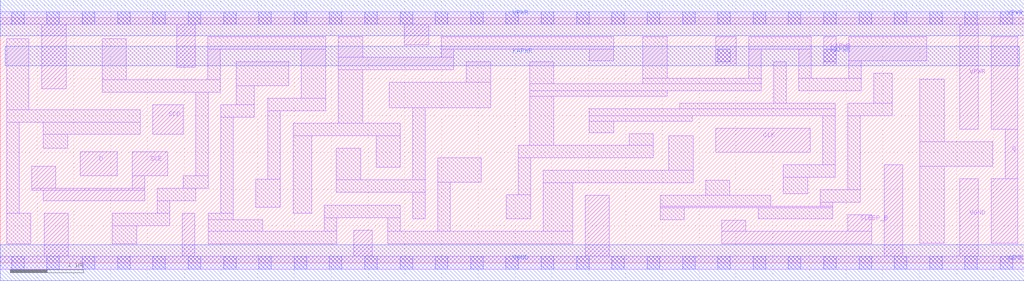
<source format=lef>
# Copyright 2020 The SkyWater PDK Authors
#
# Licensed under the Apache License, Version 2.0 (the "License");
# you may not use this file except in compliance with the License.
# You may obtain a copy of the License at
#
#     https://www.apache.org/licenses/LICENSE-2.0
#
# Unless required by applicable law or agreed to in writing, software
# distributed under the License is distributed on an "AS IS" BASIS,
# WITHOUT WARRANTIES OR CONDITIONS OF ANY KIND, either express or implied.
# See the License for the specific language governing permissions and
# limitations under the License.
#
# SPDX-License-Identifier: Apache-2.0

VERSION 5.7 ;
  NAMESCASESENSITIVE ON ;
  NOWIREEXTENSIONATPIN ON ;
  DIVIDERCHAR "/" ;
  BUSBITCHARS "[]" ;
UNITS
  DATABASE MICRONS 200 ;
END UNITS
MACRO sky130_fd_sc_lp__srsdfxtp_1
  CLASS CORE ;
  SOURCE USER ;
  FOREIGN sky130_fd_sc_lp__srsdfxtp_1 ;
  ORIGIN  0.000000  0.000000 ;
  SIZE  13.92000 BY  3.330000 ;
  SYMMETRY X Y R90 ;
  SITE unit ;
  PIN D
    ANTENNAGATEAREA  0.159000 ;
    DIRECTION INPUT ;
    USE SIGNAL ;
    PORT
      LAYER li1 ;
        RECT 1.085000 1.180000 1.590000 1.510000 ;
    END
  END D
  PIN Q
    ANTENNADIFFAREA  0.598500 ;
    DIRECTION OUTPUT ;
    USE SIGNAL ;
    PORT
      LAYER li1 ;
        RECT 13.475000 0.265000 13.835000 1.145000 ;
        RECT 13.475000 1.815000 13.835000 3.075000 ;
        RECT 13.665000 1.145000 13.835000 1.815000 ;
    END
  END Q
  PIN SCD
    ANTENNAGATEAREA  0.159000 ;
    DIRECTION INPUT ;
    USE SIGNAL ;
    PORT
      LAYER li1 ;
        RECT 2.075000 1.750000 2.490000 2.150000 ;
    END
  END SCD
  PIN SCE
    ANTENNAGATEAREA  0.318000 ;
    DIRECTION INPUT ;
    USE SIGNAL ;
    PORT
      LAYER li1 ;
        RECT 0.425000 0.985000 1.965000 1.010000 ;
        RECT 0.425000 1.010000 0.755000 1.315000 ;
        RECT 0.585000 0.840000 1.965000 0.985000 ;
        RECT 1.795000 1.010000 1.965000 1.180000 ;
        RECT 1.795000 1.180000 2.275000 1.510000 ;
    END
  END SCE
  PIN SLEEP_B
    ANTENNAGATEAREA  0.222000 ;
    DIRECTION INPUT ;
    USE SIGNAL ;
    PORT
      LAYER li1 ;
        RECT  9.805000 0.255000 11.850000 0.425000 ;
        RECT  9.805000 0.425000 10.135000 0.575000 ;
        RECT 11.520000 0.425000 11.850000 0.650000 ;
    END
  END SLEEP_B
  PIN CLK
    ANTENNAGATEAREA  0.159000 ;
    DIRECTION INPUT ;
    USE CLOCK ;
    PORT
      LAYER li1 ;
        RECT 9.725000 1.500000 11.010000 1.830000 ;
    END
  END CLK
  PIN KAPWR
    DIRECTION INOUT ;
    USE POWER ;
    PORT
      LAYER li1 ;
        RECT  9.725000 2.680000 10.005000 3.075000 ;
        RECT 11.195000 2.680000 11.365000 3.075000 ;
      LAYER mcon ;
        RECT  9.755000 2.735000  9.925000 2.905000 ;
        RECT 11.195000 2.735000 11.365000 2.905000 ;
      LAYER met1 ;
        RECT 0.070000 2.675000 13.850000 2.945000 ;
    END
  END KAPWR
  PIN VGND
    DIRECTION INOUT ;
    USE GROUND ;
    PORT
      LAYER li1 ;
        RECT  0.000000 -0.085000 13.920000 0.085000 ;
        RECT  0.595000  0.085000  0.925000 0.670000 ;
        RECT  2.475000  0.085000  2.645000 0.670000 ;
        RECT  4.805000  0.085000  5.055000 0.445000 ;
        RECT  7.950000  0.085000  8.280000 0.915000 ;
        RECT 12.020000  0.085000 12.270000 1.330000 ;
        RECT 13.045000  0.085000 13.295000 1.145000 ;
      LAYER mcon ;
        RECT  0.155000 -0.085000  0.325000 0.085000 ;
        RECT  0.635000 -0.085000  0.805000 0.085000 ;
        RECT  1.115000 -0.085000  1.285000 0.085000 ;
        RECT  1.595000 -0.085000  1.765000 0.085000 ;
        RECT  2.075000 -0.085000  2.245000 0.085000 ;
        RECT  2.555000 -0.085000  2.725000 0.085000 ;
        RECT  3.035000 -0.085000  3.205000 0.085000 ;
        RECT  3.515000 -0.085000  3.685000 0.085000 ;
        RECT  3.995000 -0.085000  4.165000 0.085000 ;
        RECT  4.475000 -0.085000  4.645000 0.085000 ;
        RECT  4.955000 -0.085000  5.125000 0.085000 ;
        RECT  5.435000 -0.085000  5.605000 0.085000 ;
        RECT  5.915000 -0.085000  6.085000 0.085000 ;
        RECT  6.395000 -0.085000  6.565000 0.085000 ;
        RECT  6.875000 -0.085000  7.045000 0.085000 ;
        RECT  7.355000 -0.085000  7.525000 0.085000 ;
        RECT  7.835000 -0.085000  8.005000 0.085000 ;
        RECT  8.315000 -0.085000  8.485000 0.085000 ;
        RECT  8.795000 -0.085000  8.965000 0.085000 ;
        RECT  9.275000 -0.085000  9.445000 0.085000 ;
        RECT  9.755000 -0.085000  9.925000 0.085000 ;
        RECT 10.235000 -0.085000 10.405000 0.085000 ;
        RECT 10.715000 -0.085000 10.885000 0.085000 ;
        RECT 11.195000 -0.085000 11.365000 0.085000 ;
        RECT 11.675000 -0.085000 11.845000 0.085000 ;
        RECT 12.155000 -0.085000 12.325000 0.085000 ;
        RECT 12.635000 -0.085000 12.805000 0.085000 ;
        RECT 13.115000 -0.085000 13.285000 0.085000 ;
        RECT 13.595000 -0.085000 13.765000 0.085000 ;
      LAYER met1 ;
        RECT 0.000000 -0.245000 13.920000 0.245000 ;
    END
  END VGND
  PIN VPWR
    DIRECTION INOUT ;
    USE POWER ;
    PORT
      LAYER li1 ;
        RECT  0.000000 3.245000 13.920000 3.415000 ;
        RECT  0.565000 2.365000  0.895000 3.245000 ;
        RECT  2.400000 2.660000  2.650000 3.245000 ;
        RECT  5.495000 2.965000  5.825000 3.245000 ;
        RECT 13.045000 1.815000 13.295000 3.245000 ;
      LAYER mcon ;
        RECT  0.155000 3.245000  0.325000 3.415000 ;
        RECT  0.635000 3.245000  0.805000 3.415000 ;
        RECT  1.115000 3.245000  1.285000 3.415000 ;
        RECT  1.595000 3.245000  1.765000 3.415000 ;
        RECT  2.075000 3.245000  2.245000 3.415000 ;
        RECT  2.555000 3.245000  2.725000 3.415000 ;
        RECT  3.035000 3.245000  3.205000 3.415000 ;
        RECT  3.515000 3.245000  3.685000 3.415000 ;
        RECT  3.995000 3.245000  4.165000 3.415000 ;
        RECT  4.475000 3.245000  4.645000 3.415000 ;
        RECT  4.955000 3.245000  5.125000 3.415000 ;
        RECT  5.435000 3.245000  5.605000 3.415000 ;
        RECT  5.915000 3.245000  6.085000 3.415000 ;
        RECT  6.395000 3.245000  6.565000 3.415000 ;
        RECT  6.875000 3.245000  7.045000 3.415000 ;
        RECT  7.355000 3.245000  7.525000 3.415000 ;
        RECT  7.835000 3.245000  8.005000 3.415000 ;
        RECT  8.315000 3.245000  8.485000 3.415000 ;
        RECT  8.795000 3.245000  8.965000 3.415000 ;
        RECT  9.275000 3.245000  9.445000 3.415000 ;
        RECT  9.755000 3.245000  9.925000 3.415000 ;
        RECT 10.235000 3.245000 10.405000 3.415000 ;
        RECT 10.715000 3.245000 10.885000 3.415000 ;
        RECT 11.195000 3.245000 11.365000 3.415000 ;
        RECT 11.675000 3.245000 11.845000 3.415000 ;
        RECT 12.155000 3.245000 12.325000 3.415000 ;
        RECT 12.635000 3.245000 12.805000 3.415000 ;
        RECT 13.115000 3.245000 13.285000 3.415000 ;
        RECT 13.595000 3.245000 13.765000 3.415000 ;
      LAYER met1 ;
        RECT 0.000000 3.085000 13.920000 3.575000 ;
    END
  END VPWR
  OBS
    LAYER li1 ;
      RECT  0.085000 0.255000  0.415000 0.675000 ;
      RECT  0.085000 0.675000  0.255000 1.910000 ;
      RECT  0.085000 1.910000  1.905000 2.080000 ;
      RECT  0.085000 2.080000  0.385000 3.045000 ;
      RECT  0.585000 1.555000  0.915000 1.750000 ;
      RECT  0.585000 1.750000  1.905000 1.910000 ;
      RECT  1.385000 2.320000  2.990000 2.490000 ;
      RECT  1.385000 2.490000  1.715000 3.045000 ;
      RECT  1.525000 0.255000  1.855000 0.500000 ;
      RECT  1.525000 0.500000  2.305000 0.670000 ;
      RECT  2.135000 0.670000  2.305000 0.840000 ;
      RECT  2.135000 0.840000  2.655000 1.010000 ;
      RECT  2.485000 1.010000  2.830000 1.180000 ;
      RECT  2.660000 1.180000  2.830000 2.320000 ;
      RECT  2.820000 2.490000  2.990000 2.905000 ;
      RECT  2.820000 2.905000  4.425000 3.075000 ;
      RECT  2.825000 0.255000  4.575000 0.425000 ;
      RECT  2.825000 0.425000  3.570000 0.585000 ;
      RECT  2.825000 0.585000  3.170000 0.675000 ;
      RECT  3.000000 0.675000  3.170000 1.980000 ;
      RECT  3.000000 1.980000  3.455000 2.150000 ;
      RECT  3.205000 2.150000  3.455000 2.405000 ;
      RECT  3.205000 2.405000  3.925000 2.735000 ;
      RECT  3.475000 0.755000  3.805000 1.135000 ;
      RECT  3.635000 1.135000  3.805000 2.065000 ;
      RECT  3.635000 2.065000  4.425000 2.235000 ;
      RECT  3.985000 0.675000  4.235000 1.725000 ;
      RECT  3.985000 1.725000  5.440000 1.895000 ;
      RECT  4.095000 2.235000  4.425000 2.905000 ;
      RECT  4.405000 0.425000  4.575000 0.615000 ;
      RECT  4.405000 0.615000  5.440000 0.785000 ;
      RECT  4.570000 0.955000  5.780000 1.125000 ;
      RECT  4.570000 1.125000  4.900000 1.555000 ;
      RECT  4.595000 1.895000  4.925000 2.625000 ;
      RECT  4.595000 2.625000  6.165000 2.795000 ;
      RECT  4.595000 2.795000  4.925000 3.075000 ;
      RECT  5.110000 1.295000  5.440000 1.725000 ;
      RECT  5.270000 0.255000  7.780000 0.425000 ;
      RECT  5.270000 0.425000  5.440000 0.615000 ;
      RECT  5.290000 2.105000  6.665000 2.455000 ;
      RECT  5.610000 0.595000  5.780000 0.955000 ;
      RECT  5.610000 1.125000  5.780000 2.105000 ;
      RECT  5.950000 0.425000  6.120000 1.095000 ;
      RECT  5.950000 1.095000  6.540000 1.425000 ;
      RECT  5.995000 2.795000  6.165000 2.905000 ;
      RECT  5.995000 2.905000  8.340000 3.075000 ;
      RECT  6.335000 2.455000  6.665000 2.735000 ;
      RECT  6.880000 0.595000  7.210000 0.925000 ;
      RECT  7.040000 0.925000  7.210000 1.425000 ;
      RECT  7.040000 1.425000  8.880000 1.595000 ;
      RECT  7.195000 1.595000  7.525000 2.265000 ;
      RECT  7.195000 2.265000  9.065000 2.340000 ;
      RECT  7.195000 2.340000 10.345000 2.435000 ;
      RECT  7.195000 2.435000  7.525000 2.735000 ;
      RECT  7.380000 0.425000  7.780000 1.085000 ;
      RECT  7.380000 1.085000  9.420000 1.255000 ;
      RECT  8.010000 1.765000  8.340000 1.925000 ;
      RECT  8.010000 1.925000  9.405000 2.000000 ;
      RECT  8.010000 2.000000 11.350000 2.095000 ;
      RECT  8.010000 2.745000  8.340000 2.905000 ;
      RECT  8.550000 1.595000  8.880000 1.755000 ;
      RECT  8.735000 2.435000 10.345000 2.510000 ;
      RECT  8.735000 2.510000  9.065000 3.075000 ;
      RECT  8.970000 0.585000  9.300000 0.745000 ;
      RECT  8.970000 0.745000 11.315000 0.765000 ;
      RECT  8.970000 0.765000 10.475000 0.915000 ;
      RECT  9.090000 1.255000  9.420000 1.725000 ;
      RECT  9.235000 2.095000 11.350000 2.170000 ;
      RECT  9.590000 0.915000  9.920000 1.120000 ;
      RECT 10.175000 2.510000 10.345000 2.905000 ;
      RECT 10.175000 2.905000 11.025000 3.075000 ;
      RECT 10.305000 0.595000 11.315000 0.745000 ;
      RECT 10.515000 2.170000 10.685000 2.735000 ;
      RECT 10.645000 0.935000 10.975000 1.160000 ;
      RECT 10.645000 1.160000 11.350000 1.330000 ;
      RECT 10.855000 2.340000 11.705000 2.510000 ;
      RECT 10.855000 2.510000 11.025000 2.905000 ;
      RECT 11.145000 0.765000 11.315000 0.820000 ;
      RECT 11.145000 0.820000 11.690000 0.990000 ;
      RECT 11.180000 1.330000 11.350000 2.000000 ;
      RECT 11.520000 0.990000 11.690000 2.000000 ;
      RECT 11.520000 2.000000 12.125000 2.170000 ;
      RECT 11.535000 2.510000 11.705000 2.745000 ;
      RECT 11.535000 2.745000 12.595000 3.075000 ;
      RECT 11.875000 2.170000 12.125000 2.575000 ;
      RECT 12.500000 0.265000 12.830000 1.315000 ;
      RECT 12.500000 1.315000 13.495000 1.645000 ;
      RECT 12.500000 1.645000 12.830000 2.495000 ;
  END
END sky130_fd_sc_lp__srsdfxtp_1

</source>
